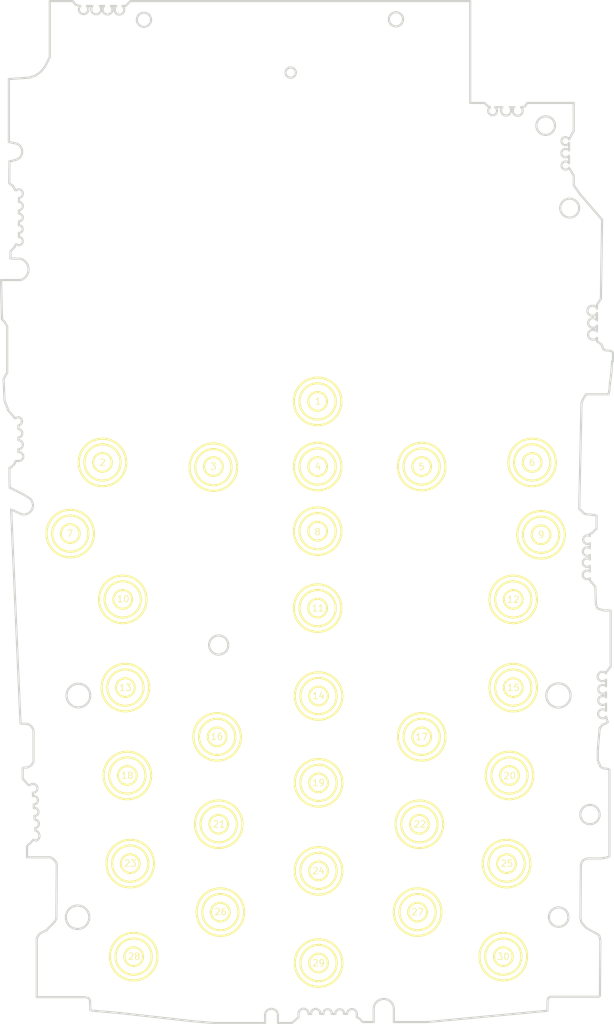
<source format=kicad_pcb>
(kicad_pcb (version 20171130) (host pcbnew "(5.1.12)-1")

  (general
    (thickness 1.6)
    (drawings 408)
    (tracks 0)
    (zones 0)
    (modules 0)
    (nets 1)
  )

  (page A4)
  (title_block
    (title "Ingenico iWL250 Main board")
    (date 2022-05-18)
    (rev 0.9)
    (company @sulfuroid)
    (comment 1 "Reverse engineering of the PCB of this POS")
  )

  (layers
    (0 F.Cu signal)
    (31 B.Cu signal)
    (32 B.Adhes user)
    (33 F.Adhes user)
    (34 B.Paste user)
    (35 F.Paste user)
    (36 B.SilkS user)
    (37 F.SilkS user)
    (38 B.Mask user)
    (39 F.Mask user)
    (40 Dwgs.User user)
    (41 Cmts.User user)
    (42 Eco1.User user)
    (43 Eco2.User user)
    (44 Edge.Cuts user)
    (45 Margin user)
    (46 B.CrtYd user)
    (47 F.CrtYd user)
    (48 B.Fab user)
    (49 F.Fab user)
  )

  (setup
    (last_trace_width 0.25)
    (trace_clearance 0.2)
    (zone_clearance 0.508)
    (zone_45_only no)
    (trace_min 0.2)
    (via_size 0.8)
    (via_drill 0.4)
    (via_min_size 0.4)
    (via_min_drill 0.3)
    (uvia_size 0.3)
    (uvia_drill 0.1)
    (uvias_allowed no)
    (uvia_min_size 0.2)
    (uvia_min_drill 0.1)
    (edge_width 0.05)
    (segment_width 0.2)
    (pcb_text_width 0.3)
    (pcb_text_size 1.5 1.5)
    (mod_edge_width 0.12)
    (mod_text_size 1 1)
    (mod_text_width 0.15)
    (pad_size 1.524 1.524)
    (pad_drill 0.762)
    (pad_to_mask_clearance 0)
    (aux_axis_origin 0 0)
    (visible_elements 7FFFFFFF)
    (pcbplotparams
      (layerselection 0x010fc_ffffffff)
      (usegerberextensions false)
      (usegerberattributes true)
      (usegerberadvancedattributes true)
      (creategerberjobfile true)
      (excludeedgelayer true)
      (linewidth 0.100000)
      (plotframeref false)
      (viasonmask false)
      (mode 1)
      (useauxorigin false)
      (hpglpennumber 1)
      (hpglpenspeed 20)
      (hpglpendiameter 15.000000)
      (psnegative false)
      (psa4output false)
      (plotreference true)
      (plotvalue true)
      (plotinvisibletext false)
      (padsonsilk false)
      (subtractmaskfromsilk false)
      (outputformat 1)
      (mirror false)
      (drillshape 1)
      (scaleselection 1)
      (outputdirectory ""))
  )

  (net 0 "")

  (net_class Default "This is the default net class."
    (clearance 0.2)
    (trace_width 0.25)
    (via_dia 0.8)
    (via_drill 0.4)
    (uvia_dia 0.3)
    (uvia_drill 0.1)
  )

  (gr_text 30 (at 129.722185 132.710086) (layer F.SilkS) (tstamp 6284CE9D)
    (effects (font (size 0.6 0.6) (thickness 0.08)))
  )
  (gr_text 29 (at 112.75 133.3) (layer F.SilkS) (tstamp 6284CE95)
    (effects (font (size 0.6 0.6) (thickness 0.08)))
  )
  (gr_text 28 (at 95.8 132.7) (layer F.SilkS) (tstamp 6284CE8A)
    (effects (font (size 0.6 0.6) (thickness 0.08)))
  )
  (gr_text 27 (at 121.85 128.6) (layer F.SilkS) (tstamp 6284CE81)
    (effects (font (size 0.6 0.6) (thickness 0.08)))
  )
  (gr_text 26 (at 103.75 128.6) (layer F.SilkS) (tstamp 6284CE76)
    (effects (font (size 0.6 0.6) (thickness 0.08)))
  )
  (gr_text 25 (at 130.05 124.15) (layer F.SilkS) (tstamp 6284CE6E)
    (effects (font (size 0.6 0.6) (thickness 0.08)))
  )
  (gr_text 24 (at 112.747374 124.83504) (layer F.SilkS) (tstamp 6284CE66)
    (effects (font (size 0.6 0.6) (thickness 0.08)))
  )
  (gr_text 23 (at 95.45 124.15) (layer F.SilkS) (tstamp 6284CE5D)
    (effects (font (size 0.6 0.6) (thickness 0.08)))
  )
  (gr_text 22 (at 122.05 120.55) (layer F.SilkS) (tstamp 6284CE55)
    (effects (font (size 0.6 0.6) (thickness 0.08)))
  )
  (gr_text 21 (at 103.6 120.55) (layer F.SilkS) (tstamp 6284CE4C)
    (effects (font (size 0.6 0.6) (thickness 0.08)))
  )
  (gr_text 20 (at 130.3 116.1) (layer F.SilkS) (tstamp 6284CE44)
    (effects (font (size 0.6 0.6) (thickness 0.08)))
  )
  (gr_text 19 (at 112.747374 116.74752) (layer F.SilkS) (tstamp 6284CE3A)
    (effects (font (size 0.6 0.6) (thickness 0.08)))
  )
  (gr_text 18 (at 95.181349 116.071056) (layer F.SilkS) (tstamp 6284CE30)
    (effects (font (size 0.6 0.6) (thickness 0.08)))
  )
  (gr_text 17 (at 122.223433 112.522248) (layer F.SilkS) (tstamp 6284CE26)
    (effects (font (size 0.6 0.6) (thickness 0.08)))
  )
  (gr_text 16 (at 103.4 112.5) (layer F.SilkS) (tstamp 6284CE1A)
    (effects (font (size 0.6 0.6) (thickness 0.08)))
  )
  (gr_text 15 (at 130.65 108) (layer F.SilkS) (tstamp 6284CE0F)
    (effects (font (size 0.6 0.6) (thickness 0.08)))
  )
  (gr_text 14 (at 112.75 108.75) (layer F.SilkS) (tstamp 6284CE05)
    (effects (font (size 0.6 0.6) (thickness 0.08)))
  )
  (gr_text 13 (at 95 108) (layer F.SilkS) (tstamp 6284CDFC)
    (effects (font (size 0.6 0.6) (thickness 0.08)))
  )
  (gr_text 12 (at 130.65 99.9) (layer F.SilkS) (tstamp 6284CDF3)
    (effects (font (size 0.6 0.6) (thickness 0.08)))
  )
  (gr_text 11 (at 112.7 100.7) (layer F.SilkS) (tstamp 6284CDEB)
    (effects (font (size 0.6 0.6) (thickness 0.08)))
  )
  (gr_text 10 (at 94.8 99.85) (layer F.SilkS) (tstamp 6284CDE1)
    (effects (font (size 0.6 0.6) (thickness 0.08)))
  )
  (gr_text 9 (at 133.2 93.95) (layer F.SilkS) (tstamp 6284CDD8)
    (effects (font (size 0.6 0.6) (thickness 0.08)))
  )
  (gr_text 8 (at 112.65 93.7) (layer F.SilkS) (tstamp 6284CDD0)
    (effects (font (size 0.6 0.6) (thickness 0.08)))
  )
  (gr_text 7 (at 89.9 93.85) (layer F.SilkS) (tstamp 6284CDC5)
    (effects (font (size 0.6 0.6) (thickness 0.08)))
  )
  (gr_text 6 (at 132.372161 87.313459) (layer F.SilkS) (tstamp 6284CDBB)
    (effects (font (size 0.6 0.6) (thickness 0.08)))
  )
  (gr_text 5 (at 122.2 87.7) (layer F.SilkS) (tstamp 6284CDB2)
    (effects (font (size 0.6 0.6) (thickness 0.08)))
  )
  (gr_text 4 (at 112.7 87.7) (layer F.SilkS) (tstamp 6284CDA9)
    (effects (font (size 0.6 0.6) (thickness 0.08)))
  )
  (gr_text 3 (at 103.085806 87.692051) (layer F.SilkS) (tstamp 6284CDA0)
    (effects (font (size 0.6 0.6) (thickness 0.08)))
  )
  (gr_text 2 (at 92.90269 87.316017) (layer F.SilkS) (tstamp 6284CD98)
    (effects (font (size 0.6 0.6) (thickness 0.08)))
  )
  (gr_text 1 (at 112.7 81.7) (layer F.SilkS)
    (effects (font (size 0.6 0.6) (thickness 0.08)))
  )
  (gr_line (start 113.955865 137.975586) (end 114.294661 137.975587) (layer Edge.Cuts) (width 0.2) (tstamp 6284BD3E))
  (gr_line (start 116.261304 137.975586) (end 116.261304 138.283485) (layer Edge.Cuts) (width 0.2) (tstamp 6284BDC2))
  (gr_line (start 116.510417 138.395224) (end 116.791183 138.720321) (layer Edge.Cuts) (width 0.2))
  (gr_line (start 116.261304 138.283485) (end 116.510417 138.395224) (layer Edge.Cuts) (width 0.2))
  (gr_line (start 112.895479 137.975586) (end 113.194675 137.975586) (layer Edge.Cuts) (width 0.2))
  (gr_line (start 86.855305 131.007459) (end 87.125391 130.595555) (layer Edge.Cuts) (width 0.2) (tstamp 6284BCCF))
  (gr_line (start 137.297778 130.04452) (end 136.893961 129.551836) (layer Edge.Cuts) (width 0.2) (tstamp 6284BC52))
  (gr_line (start 107.843105 138.6449) (end 107.829298 138.129536) (layer Edge.Cuts) (width 0.2) (tstamp 6284BB17))
  (gr_line (start 139.715807 78.002677) (end 139.797114 78.002677) (layer Edge.Cuts) (width 0.05) (tstamp 6284BAD5))
  (gr_line (start 110.904103 138.283485) (end 110.904104 137.975587) (layer Edge.Cuts) (width 0.2) (tstamp 6284BA73))
  (gr_line (start 137.330444 81.053885) (end 139.388619 81.053885) (layer Edge.Cuts) (width 0.2))
  (gr_line (start 85.171132 83.90901) (end 85.171132 84.242882) (layer Edge.Cuts) (width 0.2))
  (gr_line (start 86.541062 114.831312) (end 86.375 115.125) (layer Edge.Cuts) (width 0.2) (tstamp 6284B90E))
  (gr_line (start 86.375 115.125) (end 86.015068 115.339522) (layer Edge.Cuts) (width 0.2) (tstamp 6284B8F6))
  (gr_line (start 84.75592 91.745518) (end 84.500621 91.649939) (layer Edge.Cuts) (width 0.2) (tstamp 6284B84C))
  (gr_line (start 85.43571 92.060009) (end 84.75592 91.745518) (layer Edge.Cuts) (width 0.2))
  (gr_line (start 85.171133 83.149894) (end 84.85406 83.255465) (layer Edge.Cuts) (width 0.2) (tstamp 6284B7FD))
  (gr_line (start 85.359618 70.558404) (end 83.578393 70.558404) (layer Edge.Cuts) (width 0.2))
  (gr_line (start 86.3 122.25) (end 86.054663 122.454696) (layer Edge.Cuts) (width 0.2) (tstamp 6284B373))
  (gr_line (start 86.530139 121.971962) (end 86.3 122.25) (layer Edge.Cuts) (width 0.2))
  (gr_line (start 86.530139 121.971962) (end 86.804003 122.065764) (layer Edge.Cuts) (width 0.2) (tstamp 6284B321))
  (gr_line (start 88.6576 129.185853) (end 88.518497 129.495976) (layer Edge.Cuts) (width 0.2) (tstamp 6284B2EF))
  (gr_line (start 88.240804 129.796263) (end 87.851941 130.1579) (layer Edge.Cuts) (width 0.2))
  (gr_line (start 87.851941 130.1579) (end 87.766339 130.295395) (layer Edge.Cuts) (width 0.2))
  (gr_line (start 87.4933 130.409182) (end 87.125391 130.595555) (layer Edge.Cuts) (width 0.2))
  (gr_line (start 138.968487 115.433113) (end 138.660829 115.285165) (layer Edge.Cuts) (width 0.2) (tstamp 6284B26A))
  (gr_line (start 138.92614 100.910052) (end 138.359532 100.714853) (layer Edge.Cuts) (width 0.2) (tstamp 6284B222))
  (gr_line (start 136.1915 60.962904) (end 135.767648 60.244524) (layer Edge.Cuts) (width 0.2) (tstamp 6284B1D3))
  (gr_line (start 135.767648 57.63484) (end 136.103814 57.010594) (layer Edge.Cuts) (width 0.2) (tstamp 6284B1AB))
  (gr_line (start 84.912096 62.33501) (end 84.638403 61.869498) (layer Edge.Cuts) (width 0.2) (tstamp 6284B159))
  (gr_line (start 84.426204 61.763354) (end 84.328299 61.655221) (layer Edge.Cuts) (width 0.2))
  (gr_circle (center 130.021563 124.168124) (end 132.204962 124.168124) (layer F.SilkS) (width 0.2))
  (gr_circle (center 130.021563 124.168124) (end 131.686999 124.168124) (layer F.SilkS) (width 0.2))
  (gr_circle (center 130.021563 124.168124) (end 130.882762 124.168124) (layer F.SilkS) (width 0.2))
  (gr_circle (center 121.849278 128.622443) (end 124.032677 128.622443) (layer F.SilkS) (width 0.2))
  (gr_circle (center 121.849278 128.622443) (end 123.514714 128.622443) (layer F.SilkS) (width 0.2))
  (gr_circle (center 112.747374 133.29935) (end 114.930772 133.29935) (layer F.SilkS) (width 0.2))
  (gr_circle (center 112.747374 133.29935) (end 114.41281 133.29935) (layer F.SilkS) (width 0.2))
  (gr_circle (center 112.747374 133.29935) (end 113.608572 133.29935) (layer F.SilkS) (width 0.2))
  (gr_circle (center 112.747374 124.83504) (end 114.930772 124.83504) (layer F.SilkS) (width 0.2))
  (gr_circle (center 103.724292 128.622443) (end 105.90769 128.622443) (layer F.SilkS) (width 0.2))
  (gr_circle (center 103.724292 128.622443) (end 105.389728 128.622443) (layer F.SilkS) (width 0.2))
  (gr_circle (center 95.760906 132.710086) (end 97.944304 132.710086) (layer F.SilkS) (width 0.2))
  (gr_circle (center 95.760906 132.710086) (end 97.426342 132.710086) (layer F.SilkS) (width 0.2))
  (gr_circle (center 95.760906 132.710086) (end 96.622105 132.710086) (layer F.SilkS) (width 0.2))
  (gr_circle (center 129.722185 132.710086) (end 131.905583 132.710086) (layer F.SilkS) (width 0.2))
  (gr_circle (center 129.722185 132.710086) (end 131.387621 132.710086) (layer F.SilkS) (width 0.2))
  (gr_circle (center 103.572773 120.550334) (end 105.756172 120.550334) (layer F.SilkS) (width 0.2))
  (gr_circle (center 103.572773 120.550334) (end 105.238209 120.550334) (layer F.SilkS) (width 0.2))
  (gr_circle (center 122.012012 120.550334) (end 123.677448 120.550334) (layer F.SilkS) (width 0.2))
  (gr_circle (center 130.291331 116.071056) (end 132.47473 116.071056) (layer F.SilkS) (width 0.2))
  (gr_circle (center 122.223433 112.522248) (end 124.406831 112.522248) (layer F.SilkS) (width 0.2))
  (gr_circle (center 122.223433 112.522248) (end 123.888869 112.522248) (layer F.SilkS) (width 0.2))
  (gr_circle (center 122.223433 112.522248) (end 123.084631 112.522248) (layer F.SilkS) (width 0.2))
  (gr_circle (center 95.444215 124.168124) (end 97.627613 124.168124) (layer F.SilkS) (width 0.2))
  (gr_circle (center 95.444215 124.168124) (end 97.109651 124.168124) (layer F.SilkS) (width 0.2))
  (gr_circle (center 95.444215 124.168124) (end 96.305413 124.168124) (layer F.SilkS) (width 0.2))
  (gr_circle (center 130.634334 108) (end 132.817732 108) (layer F.SilkS) (width 0.2))
  (gr_circle (center 130.634334 108) (end 132.29977 108) (layer F.SilkS) (width 0.2))
  (gr_circle (center 130.634334 108) (end 131.495533 108) (layer F.SilkS) (width 0.2))
  (gr_circle (center 112.747374 116.74752) (end 114.41281 116.74752) (layer F.SilkS) (width 0.2))
  (gr_circle (center 112.747374 116.74752) (end 113.608572 116.74752) (layer F.SilkS) (width 0.2))
  (gr_circle (center 112.747374 116.74752) (end 114.930772 116.74752) (layer F.SilkS) (width 0.2))
  (gr_circle (center 103.430987 112.522248) (end 105.614385 112.522248) (layer F.SilkS) (width 0.2))
  (gr_circle (center 103.430987 112.522248) (end 105.096423 112.522248) (layer F.SilkS) (width 0.2))
  (gr_circle (center 103.430987 112.522248) (end 104.292186 112.522248) (layer F.SilkS) (width 0.2))
  (gr_circle (center 112.747374 108.772574) (end 114.930772 108.772574) (layer F.SilkS) (width 0.2))
  (gr_circle (center 112.747374 108.772574) (end 114.41281 108.772574) (layer F.SilkS) (width 0.2))
  (gr_circle (center 112.747374 108.772574) (end 113.608572 108.772574) (layer F.SilkS) (width 0.2))
  (gr_circle (center 130.634334 99.894914) (end 132.817732 99.894914) (layer F.SilkS) (width 0.2))
  (gr_circle (center 130.634334 99.894914) (end 132.29977 99.894914) (layer F.SilkS) (width 0.2))
  (gr_circle (center 130.634334 99.894914) (end 131.495533 99.894914) (layer F.SilkS) (width 0.2))
  (gr_circle (center 112.664069 100.696616) (end 113.525267 100.696616) (layer F.SilkS) (width 0.2))
  (gr_circle (center 112.664069 100.696616) (end 114.329505 100.696616) (layer F.SilkS) (width 0.2))
  (gr_circle (center 112.664069 100.696616) (end 114.847467 100.696616) (layer F.SilkS) (width 0.2))
  (gr_circle (center 133.190037 93.959056) (end 134.051236 93.959056) (layer F.SilkS) (width 0.2))
  (gr_circle (center 133.190037 93.959056) (end 134.855473 93.959056) (layer F.SilkS) (width 0.2))
  (gr_circle (center 133.190037 93.959056) (end 135.373435 93.959056) (layer F.SilkS) (width 0.2))
  (gr_circle (center 132.372161 87.313459) (end 134.55556 87.313459) (layer F.SilkS) (width 0.2))
  (gr_circle (center 132.372161 87.313459) (end 134.037597 87.313459) (layer F.SilkS) (width 0.2))
  (gr_circle (center 132.372161 87.313459) (end 133.23336 87.313459) (layer F.SilkS) (width 0.2))
  (gr_circle (center 122.223433 87.692051) (end 123.888869 87.692051) (layer F.SilkS) (width 0.2))
  (gr_circle (center 122.223433 87.692051) (end 123.084631 87.692051) (layer F.SilkS) (width 0.2))
  (gr_circle (center 122.223433 87.692051) (end 124.406831 87.692051) (layer F.SilkS) (width 0.2))
  (gr_circle (center 112.664069 93.628183) (end 114.847467 93.628183) (layer F.SilkS) (width 0.2))
  (gr_circle (center 112.664069 93.628183) (end 114.329505 93.628183) (layer F.SilkS) (width 0.2))
  (gr_circle (center 112.664069 93.628183) (end 113.525267 93.628183) (layer F.SilkS) (width 0.2))
  (gr_circle (center 112.664069 87.692051) (end 113.525267 87.692051) (layer F.SilkS) (width 0.2))
  (gr_circle (center 112.664069 87.692051) (end 114.329505 87.692051) (layer F.SilkS) (width 0.2))
  (gr_circle (center 112.664069 87.692051) (end 114.847467 87.692051) (layer F.SilkS) (width 0.2))
  (gr_circle (center 95.181349 116.071056) (end 96.042548 116.071056) (layer F.SilkS) (width 0.2))
  (gr_circle (center 95.181349 116.071056) (end 96.846785 116.071056) (layer F.SilkS) (width 0.2))
  (gr_circle (center 95.181349 116.071056) (end 97.364747 116.071056) (layer F.SilkS) (width 0.2))
  (gr_circle (center 112.664069 81.706635) (end 114.847467 81.706635) (layer F.SilkS) (width 0.2))
  (gr_circle (center 112.664069 81.706635) (end 114.329505 81.706635) (layer F.SilkS) (width 0.2))
  (gr_circle (center 112.664069 81.706635) (end 113.525267 81.706635) (layer F.SilkS) (width 0.2))
  (gr_circle (center 95 108) (end 97.183398 108) (layer F.SilkS) (width 0.2))
  (gr_circle (center 94.755381 99.894914) (end 95.616579 99.894914) (layer F.SilkS) (width 0.2))
  (gr_circle (center 94.755381 99.894914) (end 96.420817 99.894914) (layer F.SilkS) (width 0.2))
  (gr_circle (center 94.755381 99.894914) (end 96.938779 99.894914) (layer F.SilkS) (width 0.2))
  (gr_circle (center 89.934025 93.850601) (end 90.795223 93.850601) (layer F.SilkS) (width 0.2))
  (gr_circle (center 89.934025 93.850601) (end 92.117423 93.850601) (layer F.SilkS) (width 0.2))
  (gr_circle (center 89.934025 93.850601) (end 91.599461 93.850601) (layer F.SilkS) (width 0.2))
  (gr_circle (center 92.892143 87.313459) (end 95.075541 87.313459) (layer F.SilkS) (width 0.2))
  (gr_circle (center 103.085806 87.747052) (end 105.269204 87.747052) (layer F.SilkS) (width 0.2))
  (gr_circle (center 103.085806 87.692051) (end 103.947004 87.692051) (layer F.SilkS) (width 0.2))
  (gr_circle (center 92.892143 87.313459) (end 93.753342 87.313459) (layer F.SilkS) (width 0.2))
  (gr_circle (center 92.892143 87.313459) (end 94.557579 87.313459) (layer F.SilkS) (width 0.2))
  (gr_line (start 85.962607 122.564526) (end 85.962607 123.585636) (layer Edge.Cuts) (width 0.2))
  (gr_line (start 85.359618 111.228766) (end 85.43571 111.316872) (layer Edge.Cuts) (width 0.2))
  (gr_line (start 85.563298 115.423799) (end 85.563298 116.351407) (layer Edge.Cuts) (width 0.2))
  (gr_line (start 85.43571 111.316872) (end 85.937284 111.316872) (layer Edge.Cuts) (width 0.2))
  (gr_line (start 85.937284 111.316872) (end 86.09497 111.36569) (layer Edge.Cuts) (width 0.2))
  (gr_line (start 86.506956 111.783339) (end 86.559832 111.942147) (layer Edge.Cuts) (width 0.2))
  (gr_line (start 86.107877 116.981972) (end 86.43979 116.843649) (layer Edge.Cuts) (width 0.2))
  (gr_line (start 86.571552 118.732866) (end 86.594336 119.059543) (layer Edge.Cuts) (width 0.2))
  (gr_line (start 84.836157 87.406548) (end 84.492863 87.777774) (layer Edge.Cuts) (width 0.2))
  (gr_line (start 86.09497 111.36569) (end 86.22476 111.436975) (layer Edge.Cuts) (width 0.2))
  (gr_line (start 86.22476 111.436975) (end 86.373869 111.574865) (layer Edge.Cuts) (width 0.2))
  (gr_line (start 86.559832 114.737104) (end 86.541062 114.831312) (layer Edge.Cuts) (width 0.2))
  (gr_line (start 84.492863 87.777774) (end 84.348649 87.82579) (layer Edge.Cuts) (width 0.2))
  (gr_line (start 84.348649 87.82579) (end 84.348649 88.773313) (layer Edge.Cuts) (width 0.2))
  (gr_line (start 86.645725 119.796364) (end 86.667825 120.113234) (layer Edge.Cuts) (width 0.2))
  (gr_line (start 84.348649 88.773313) (end 84.367612 89.623935) (layer Edge.Cuts) (width 0.2))
  (gr_line (start 85.563298 116.351407) (end 86.107877 116.981972) (layer Edge.Cuts) (width 0.2))
  (gr_line (start 86.559832 111.942147) (end 86.559832 114.737104) (layer Edge.Cuts) (width 0.2))
  (gr_line (start 85.586345 90.233561) (end 86.067293 90.520054) (layer Edge.Cuts) (width 0.2))
  (gr_line (start 84.367612 89.623935) (end 85.586345 90.233561) (layer Edge.Cuts) (width 0.2))
  (gr_line (start 138.328569 75.873854) (end 138.31385 75.873854) (layer Edge.Cuts) (width 0.2))
  (gr_line (start 86.159865 51.966785) (end 84.292267 52.09704) (layer Edge.Cuts) (width 0.2))
  (gr_line (start 84.124871 82.206341) (end 84.235843 82.539635) (layer Edge.Cuts) (width 0.2))
  (gr_line (start 83.578393 70.558404) (end 83.658578 74.155185) (layer Edge.Cuts) (width 0.2))
  (gr_line (start 84.139774 79.069096) (end 84.033902 79.222742) (layer Edge.Cuts) (width 0.2))
  (gr_line (start 138.328569 72.823548) (end 138.688275 72.274965) (layer Edge.Cuts) (width 0.2))
  (gr_line (start 138.876908 76.816955) (end 138.727926 76.459465) (layer Edge.Cuts) (width 0.2))
  (gr_line (start 84.834008 59.536782) (end 84.581899 59.620723) (layer Edge.Cuts) (width 0.2))
  (gr_line (start 85.171132 86.098147) (end 85.171132 86.367521) (layer Edge.Cuts) (width 0.2))
  (gr_line (start 91.753457 136.77277) (end 91.782755 137.646927) (layer Edge.Cuts) (width 0.2))
  (gr_line (start 84.063624 74.659289) (end 84.139774 74.842014) (layer Edge.Cuts) (width 0.2))
  (gr_line (start 84.845037 67.496035) (end 84.442943 67.930845) (layer Edge.Cuts) (width 0.2))
  (gr_line (start 85.012596 67.279425) (end 84.912096 67.279425) (layer Edge.Cuts) (width 0.2))
  (gr_line (start 87.217473 51.442089) (end 86.737831 51.774349) (layer Edge.Cuts) (width 0.2))
  (gr_line (start 83.807233 79.675889) (end 83.893941 81.652214) (layer Edge.Cuts) (width 0.2))
  (gr_line (start 139.159553 107.88268) (end 139.159553 107.264173) (layer Edge.Cuts) (width 0.2))
  (gr_line (start 85.171132 85.020651) (end 85.171132 85.267261) (layer Edge.Cuts) (width 0.2))
  (gr_line (start 103.199924 138.812873) (end 107.829298 138.812873) (layer Edge.Cuts) (width 0.2))
  (gr_line (start 138.688275 72.274965) (end 138.798863 65.01907) (layer Edge.Cuts) (width 0.2))
  (gr_line (start 83.658578 74.155185) (end 83.864203 74.371409) (layer Edge.Cuts) (width 0.2))
  (gr_line (start 139.318839 111.158884) (end 139.159553 110.680483) (layer Edge.Cuts) (width 0.2))
  (gr_line (start 138.328569 74.268042) (end 138.328569 73.58301) (layer Edge.Cuts) (width 0.2))
  (gr_line (start 139.520636 80.051666) (end 139.653098 79.058665) (layer Edge.Cuts) (width 0.2))
  (gr_line (start 83.864203 74.371409) (end 84.063624 74.659289) (layer Edge.Cuts) (width 0.2))
  (gr_line (start 84.292267 52.09704) (end 84.292267 57.867404) (layer Edge.Cuts) (width 0.2))
  (gr_line (start 84.348649 59.636991) (end 84.328299 61.655221) (layer Edge.Cuts) (width 0.2))
  (gr_line (start 84.958383 87.177554) (end 84.894406 87.218397) (layer Edge.Cuts) (width 0.2))
  (gr_line (start 138.31385 75.291189) (end 138.328569 74.736679) (layer Edge.Cuts) (width 0.2))
  (gr_line (start 85.213817 63.025145) (end 85.213817 63.367983) (layer Edge.Cuts) (width 0.2))
  (gr_line (start 139.797114 77.220499) (end 139.6345 77.07012) (layer Edge.Cuts) (width 0.2))
  (gr_line (start 137.058688 123.841658) (end 137.413499 123.693792) (layer Edge.Cuts) (width 0.2))
  (gr_line (start 136.1915 56.885393) (end 136.1915 54.289156) (layer Edge.Cuts) (width 0.2))
  (gr_line (start 83.893941 81.652214) (end 84.124871 82.206341) (layer Edge.Cuts) (width 0.2))
  (gr_line (start 90.176102 44.932548) (end 88.051753 44.932548) (layer Edge.Cuts) (width 0.2))
  (gr_line (start 85.213817 66.236321) (end 85.213817 66.604243) (layer Edge.Cuts) (width 0.2))
  (gr_line (start 84.581899 59.620723) (end 84.348649 59.636991) (layer Edge.Cuts) (width 0.2))
  (gr_line (start 84.912096 67.279425) (end 84.845037 67.496035) (layer Edge.Cuts) (width 0.2))
  (gr_line (start 88.051753 44.932548) (end 88.051753 50.071786) (layer Edge.Cuts) (width 0.2))
  (gr_line (start 85.213817 67.361069) (end 85.175814 67.361069) (layer Edge.Cuts) (width 0.2))
  (gr_line (start 87.615344 50.944232) (end 87.217473 51.442089) (layer Edge.Cuts) (width 0.2))
  (gr_line (start 85.171132 87.177554) (end 84.958383 87.177554) (layer Edge.Cuts) (width 0.2))
  (gr_line (start 84.894406 87.218397) (end 84.836157 87.406548) (layer Edge.Cuts) (width 0.2))
  (gr_line (start 85.175814 67.361069) (end 85.012596 67.279425) (layer Edge.Cuts) (width 0.2))
  (gr_line (start 84.033902 79.222742) (end 83.807233 79.675889) (layer Edge.Cuts) (width 0.2))
  (gr_line (start 86.737831 51.774349) (end 86.159865 51.966785) (layer Edge.Cuts) (width 0.2))
  (gr_line (start 136.1915 54.289156) (end 131.925057 54.289156) (layer Edge.Cuts) (width 0.2))
  (gr_line (start 86.373869 111.574865) (end 86.506956 111.783339) (layer Edge.Cuts) (width 0.2))
  (gr_line (start 88.051753 50.071786) (end 87.615344 50.944232) (layer Edge.Cuts) (width 0.2))
  (gr_line (start 84.235843 82.539635) (end 84.85406 83.255465) (layer Edge.Cuts) (width 0.2))
  (gr_line (start 85.213817 65.167506) (end 85.213817 65.528019) (layer Edge.Cuts) (width 0.2))
  (gr_line (start 84.442943 67.930845) (end 84.442943 68.575142) (layer Edge.Cuts) (width 0.2))
  (gr_line (start 135.767648 59.838682) (end 135.767648 59.137684) (layer Edge.Cuts) (width 0.2))
  (gr_line (start 136.755648 62.653242) (end 136.1915 61.845197) (layer Edge.Cuts) (width 0.2))
  (gr_line (start 84.500621 91.649939) (end 85.359618 111.228766) (layer Edge.Cuts) (width 0.2))
  (gr_line (start 84.139774 74.842014) (end 84.139774 79.069096) (layer Edge.Cuts) (width 0.2))
  (gr_line (start 85.213817 64.156762) (end 85.213817 64.450722) (layer Edge.Cuts) (width 0.2))
  (gr_line (start 84.308102 57.882047) (end 84.834008 57.986828) (layer Edge.Cuts) (width 0.2))
  (gr_line (start 84.912096 62.33501) (end 85.213817 62.209269) (layer Edge.Cuts) (width 0.2))
  (gr_line (start 136.103814 57.010594) (end 136.1915 56.885393) (layer Edge.Cuts) (width 0.2))
  (gr_line (start 84.426204 61.763354) (end 84.638403 61.869498) (layer Edge.Cuts) (width 0.2))
  (gr_line (start 84.442943 68.575142) (end 85.359618 68.599594) (layer Edge.Cuts) (width 0.2))
  (gr_line (start 119.665625 137.508762) (end 119.665625 138.720321) (layer Edge.Cuts) (width 0.2))
  (gr_line (start 91.548918 136.490472) (end 91.679203 136.594592) (layer Edge.Cuts) (width 0.2))
  (gr_line (start 94.291737 137.872858) (end 101.263919 138.652431) (layer Edge.Cuts) (width 0.2))
  (gr_line (start 88.626597 124.024611) (end 88.694964 124.188661) (layer Edge.Cuts) (width 0.2))
  (gr_line (start 92.40492 137.716492) (end 94.291737 137.872858) (layer Edge.Cuts) (width 0.2))
  (gr_line (start 115.086649 137.975586) (end 115.377045 137.975586) (layer Edge.Cuts) (width 0.2))
  (gr_line (start 109.011743 138.129536) (end 109.011743 138.812873) (layer Edge.Cuts) (width 0.2))
  (gr_line (start 85.962607 123.585636) (end 88.099068 123.585636) (layer Edge.Cuts) (width 0.2))
  (gr_line (start 88.099068 123.585636) (end 88.246985 123.651984) (layer Edge.Cuts) (width 0.2))
  (gr_line (start 111.830694 137.975586) (end 112.068291 137.975586) (layer Edge.Cuts) (width 0.2))
  (gr_line (start 88.246985 123.651984) (end 88.348833 123.733378) (layer Edge.Cuts) (width 0.2))
  (gr_line (start 91.782755 137.646927) (end 92.40492 137.716492) (layer Edge.Cuts) (width 0.2))
  (gr_line (start 101.263919 138.652431) (end 103.199924 138.812873) (layer Edge.Cuts) (width 0.2))
  (gr_line (start 86.855305 136.435661) (end 91.273813 136.435661) (layer Edge.Cuts) (width 0.2))
  (gr_line (start 91.679203 136.594592) (end 91.753457 136.77277) (layer Edge.Cuts) (width 0.2))
  (gr_line (start 110.291128 138.812873) (end 110.904103 138.283485) (layer Edge.Cuts) (width 0.2))
  (gr_line (start 88.694964 124.188661) (end 88.6576 129.185853) (layer Edge.Cuts) (width 0.2))
  (gr_line (start 88.479179 123.853917) (end 88.626597 124.024611) (layer Edge.Cuts) (width 0.2))
  (gr_line (start 86.855305 131.007459) (end 86.855305 136.435661) (layer Edge.Cuts) (width 0.2))
  (gr_line (start 87.766339 130.295395) (end 87.4933 130.409182) (layer Edge.Cuts) (width 0.2))
  (gr_line (start 138.599724 136.311445) (end 138.637802 131.218785) (layer Edge.Cuts) (width 0.2))
  (gr_line (start 136.84698 124.364779) (end 136.893961 124.128975) (layer Edge.Cuts) (width 0.2))
  (gr_line (start 138.660829 115.285165) (end 138.405395 114.672237) (layer Edge.Cuts) (width 0.2))
  (gr_line (start 137.668257 95.193426) (end 137.668257 94.733865) (layer Edge.Cuts) (width 0.2))
  (gr_line (start 139.159553 110.132832) (end 139.159553 109.464996) (layer Edge.Cuts) (width 0.2))
  (gr_line (start 138.228803 100.322221) (end 138.175398 98.728767) (layer Edge.Cuts) (width 0.2))
  (gr_line (start 138.637802 131.218785) (end 138.55579 130.831602) (layer Edge.Cuts) (width 0.2))
  (gr_line (start 138.405395 113.733887) (end 138.55579 111.919117) (layer Edge.Cuts) (width 0.2))
  (gr_line (start 139.472447 80.633147) (end 139.520636 80.051666) (layer Edge.Cuts) (width 0.2))
  (gr_line (start 137.413499 123.693792) (end 138.660829 123.693792) (layer Edge.Cuts) (width 0.2))
  (gr_line (start 139.159553 108.899612) (end 139.159553 108.429092) (layer Edge.Cuts) (width 0.2))
  (gr_line (start 137.951271 93.759677) (end 138.061218 93.591999) (layer Edge.Cuts) (width 0.2))
  (gr_line (start 138.289578 93.39478) (end 138.289578 92.19647) (layer Edge.Cuts) (width 0.2))
  (gr_line (start 137.668257 98.141552) (end 137.668257 97.962287) (layer Edge.Cuts) (width 0.2))
  (gr_line (start 84.292267 57.867404) (end 84.308102 57.882047) (layer Edge.Cuts) (width 0.2))
  (gr_line (start 139.472447 123.497319) (end 139.472447 115.551371) (layer Edge.Cuts) (width 0.2))
  (gr_line (start 138.405395 114.672237) (end 138.405395 113.733887) (layer Edge.Cuts) (width 0.2))
  (gr_line (start 137.668257 96.228702) (end 137.668257 95.804491) (layer Edge.Cuts) (width 0.2))
  (gr_line (start 138.55579 111.919117) (end 138.597841 111.708061) (layer Edge.Cuts) (width 0.2))
  (gr_line (start 138.597841 111.708061) (end 138.842395 111.402049) (layer Edge.Cuts) (width 0.2))
  (gr_line (start 137.668257 97.331519) (end 137.668257 96.804416) (layer Edge.Cuts) (width 0.2))
  (gr_line (start 139.653098 79.058665) (end 139.715807 78.002677) (layer Edge.Cuts) (width 0.2))
  (gr_line (start 137.068331 81.453629) (end 137.330444 81.053885) (layer Edge.Cuts) (width 0.2))
  (gr_line (start 139.201643 123.610175) (end 139.472447 123.497319) (layer Edge.Cuts) (width 0.2))
  (gr_line (start 138.842395 111.402049) (end 139.159553 111.29645) (layer Edge.Cuts) (width 0.2))
  (gr_line (start 136.916744 81.791582) (end 137.068331 81.453629) (layer Edge.Cuts) (width 0.2))
  (gr_line (start 119.665625 138.720321) (end 122.796163 138.720321) (layer Edge.Cuts) (width 0.2))
  (gr_line (start 139.586867 106.067041) (end 139.586867 100.942508) (layer Edge.Cuts) (width 0.2))
  (gr_line (start 133.829641 136.539695) (end 133.997625 136.394618) (layer Edge.Cuts) (width 0.2))
  (gr_line (start 139.159553 106.6912) (end 139.159553 106.601739) (layer Edge.Cuts) (width 0.2))
  (gr_line (start 139.159553 111.29645) (end 139.318839 111.158884) (layer Edge.Cuts) (width 0.2))
  (gr_line (start 137.199387 92.038552) (end 136.704252 91.580672) (layer Edge.Cuts) (width 0.2))
  (gr_line (start 139.388619 81.053885) (end 139.472447 80.633147) (layer Edge.Cuts) (width 0.2))
  (gr_line (start 136.893961 124.128975) (end 137.058688 123.841658) (layer Edge.Cuts) (width 0.2))
  (gr_line (start 138.061218 93.591999) (end 138.289578 93.39478) (layer Edge.Cuts) (width 0.2))
  (gr_line (start 122.796163 138.720321) (end 133.769124 137.683823) (layer Edge.Cuts) (width 0.2))
  (gr_line (start 138.359532 100.714853) (end 138.228803 100.322221) (layer Edge.Cuts) (width 0.2))
  (gr_line (start 137.413499 92.081212) (end 137.199387 92.038552) (layer Edge.Cuts) (width 0.2))
  (gr_line (start 139.159553 106.601739) (end 139.586867 106.067041) (layer Edge.Cuts) (width 0.2))
  (gr_line (start 137.668257 94.072298) (end 137.668257 93.877621) (layer Edge.Cuts) (width 0.2))
  (gr_line (start 137.923015 92.123437) (end 137.413499 92.081212) (layer Edge.Cuts) (width 0.2))
  (gr_line (start 139.797114 78.002677) (end 139.797114 77.220499) (layer Edge.Cuts) (width 0.2))
  (gr_line (start 116.791183 138.720321) (end 117.811696 138.720321) (layer Edge.Cuts) (width 0.2))
  (gr_line (start 117.811696 138.720321) (end 117.811696 137.508762) (layer Edge.Cuts) (width 0.2))
  (gr_line (start 133.769124 137.683823) (end 133.789572 136.740808) (layer Edge.Cuts) (width 0.2))
  (gr_line (start 133.789572 136.740808) (end 133.829641 136.539695) (layer Edge.Cuts) (width 0.2))
  (gr_line (start 136.704252 91.164535) (end 136.904213 81.942791) (layer Edge.Cuts) (width 0.2))
  (gr_line (start 138.660829 123.693792) (end 139.201643 123.610175) (layer Edge.Cuts) (width 0.2))
  (gr_line (start 137.668257 93.877621) (end 137.951271 93.759677) (layer Edge.Cuts) (width 0.2))
  (gr_line (start 136.81112 129.160742) (end 136.84698 124.364779) (layer Edge.Cuts) (width 0.2))
  (gr_line (start 138.480592 136.394618) (end 138.599724 136.311445) (layer Edge.Cuts) (width 0.2))
  (gr_line (start 138.175398 98.728767) (end 137.668257 98.141552) (layer Edge.Cuts) (width 0.2))
  (gr_line (start 136.904213 81.942791) (end 136.916744 81.791582) (layer Edge.Cuts) (width 0.2))
  (gr_arc (start 86.509174 117.24646) (end 86.496377 117.655002) (angle -191.5673302) (layer Edge.Cuts) (width 0.2))
  (gr_arc (start 114.690655 137.937396) (end 115.086649 137.975586) (angle -191.0173339) (layer Edge.Cuts) (width 0.2))
  (gr_arc (start 118.73866 137.524377) (end 119.665625 137.508762) (angle -178.0697754) (layer Edge.Cuts) (width 0.2))
  (gr_arc (start 138.857118 108.155886) (end 139.159553 107.88268) (angle -275.813743) (layer Edge.Cuts) (width 0.2))
  (gr_arc (start 111.367399 137.957858) (end 111.830694 137.975586) (angle -184.3828833) (layer Edge.Cuts) (width 0.2))
  (gr_arc (start 85.671669 91.25729) (end 85.43571 92.060009) (angle -168.161286) (layer Edge.Cuts) (width 0.2))
  (gr_arc (start 86.644888 119.42622) (end 86.645725 119.796364) (angle -187.7200325) (layer Edge.Cuts) (width 0.2))
  (gr_arc (start 113.57527 137.922163) (end 113.955865 137.975586) (angle -195.9804987) (layer Edge.Cuts) (width 0.2))
  (gr_arc (start 138.84556 110.406658) (end 139.159553 110.132832) (angle -277.8182545) (layer Edge.Cuts) (width 0.2))
  (gr_arc (start 86.573397 118.343917) (end 86.571552 118.732866) (angle -188.5228872) (layer Edge.Cuts) (width 0.2))
  (gr_arc (start 85.134226 84.631767) (end 85.171132 85.020651) (angle -169.1573509) (layer Edge.Cuts) (width 0.2))
  (gr_arc (start 139.210433 76.677961) (end 138.876908 76.816955) (angle -43.89490736) (layer Edge.Cuts) (width 0.2))
  (gr_arc (start 85.162383 85.682704) (end 85.171132 86.098147) (angle -177.5869252) (layer Edge.Cuts) (width 0.2))
  (gr_arc (start 108.420521 138.097494) (end 109.011743 138.129536) (angle -186.2042606) (layer Edge.Cuts) (width 0.2))
  (gr_arc (start 85.211515 86.772538) (end 85.171132 87.177554) (angle -191.3877191) (layer Edge.Cuts) (width 0.2))
  (gr_arc (start 86.656103 120.50906) (end 86.722657 120.899427) (angle -168.6282615) (layer Edge.Cuts) (width 0.2))
  (gr_arc (start 112.481885 137.925771) (end 112.895479 137.975586) (angle -193.7358451) (layer Edge.Cuts) (width 0.2))
  (gr_arc (start 86.612373 121.609765) (end 86.804003 122.065764) (angle -142.3909481) (layer Edge.Cuts) (width 0.2))
  (gr_arc (start 115.819175 137.966263) (end 116.261304 137.975586) (angle -182.4161411) (layer Edge.Cuts) (width 0.2))
  (gr_arc (start 138.857638 109.182304) (end 139.159553 108.899612) (angle -273.7667407) (layer Edge.Cuts) (width 0.2))
  (gr_arc (start 137.423314 97.646903) (end 137.668257 97.331519) (angle -255.6694516) (layer Edge.Cuts) (width 0.2))
  (gr_arc (start 137.421513 95.498959) (end 137.668257 95.193426) (angle -257.8477573) (layer Edge.Cuts) (width 0.2))
  (gr_arc (start 135.448922 60.041603) (end 135.767648 59.838682) (angle -295.0332906) (layer Edge.Cuts) (width 0.2))
  (gr_arc (start 84.738557 58.761805) (end 84.834008 59.536782) (angle -165.9569433) (layer Edge.Cuts) (width 0.2))
  (gr_arc (start 85.165197 62.617207) (end 85.213817 63.025145) (angle -166.4065633) (layer Edge.Cuts) (width 0.2))
  (gr_arc (start 85.190002 66.982656) (end 85.213817 67.361069) (angle -172.7977558) (layer Edge.Cuts) (width 0.2))
  (gr_arc (start 137.957066 74.50236) (end 138.328569 74.268042) (angle -295.5181668) (layer Edge.Cuts) (width 0.2))
  (gr_arc (start 135.434991 57.795947) (end 135.767648 57.63484) (angle -308.3179064) (layer Edge.Cuts) (width 0.2))
  (gr_arc (start 93.355053 45.71258) (end 93.039624 45.384717) (angle -272.2144077) (layer Edge.Cuts) (width 0.2))
  (gr_arc (start 85.082642 69.578999) (end 85.359618 70.558404) (angle -148.4181749) (layer Edge.Cuts) (width 0.2))
  (gr_arc (start 85.109859 83.529452) (end 85.171132 83.90901) (angle -161.659229) (layer Edge.Cuts) (width 0.2))
  (gr_arc (start 137.965 75.582522) (end 138.31385 75.291189) (angle -280.2678957) (layer Edge.Cuts) (width 0.2))
  (gr_arc (start 137.910312 73.378625) (end 138.328569 73.17424) (angle -307.914266) (layer Edge.Cuts) (width 0.2))
  (gr_arc (start 131.048913 55.014543) (end 130.740371 54.68196) (angle -274.2949303) (layer Edge.Cuts) (width 0.2))
  (gr_arc (start 92.318265 45.692473) (end 91.978233 45.384717) (angle -264.2952022) (layer Edge.Cuts) (width 0.2))
  (gr_arc (start 129.976292 54.985309) (end 129.631365 54.68196) (angle -262.6606407) (layer Edge.Cuts) (width 0.2))
  (gr_arc (start 128.737756 55.014699) (end 128.504894 54.68196) (angle -290.0286924) (layer Edge.Cuts) (width 0.2))
  (gr_arc (start 94.450338 45.733395) (end 94.177417 45.384717) (angle -283.8970677) (layer Edge.Cuts) (width 0.2))
  (gr_arc (start 85.179711 63.762372) (end 85.213817 64.156762) (angle -170.1149358) (layer Edge.Cuts) (width 0.2))
  (gr_arc (start 138.830101 106.977687) (end 139.159553 106.6912) (angle -277.9806282) (layer Edge.Cuts) (width 0.2))
  (gr_arc (start 137.407666 96.516559) (end 137.668257 96.228702) (angle -264.3077508) (layer Edge.Cuts) (width 0.2))
  (gr_arc (start 137.450843 94.403082) (end 137.668257 94.072298) (angle -246.6315179) (layer Edge.Cuts) (width 0.2))
  (gr_arc (start 85.213817 64.809114) (end 85.213817 65.167506) (angle -180) (layer Edge.Cuts) (width 0.2))
  (gr_arc (start 85.213817 65.88217) (end 85.213817 66.236321) (angle -180) (layer Edge.Cuts) (width 0.2))
  (gr_arc (start 135.45551 58.896638) (end 135.767648 58.655593) (angle -284.6465133) (layer Edge.Cuts) (width 0.2))
  (gr_arc (start 91.160225 45.699965) (end 90.862368 45.384717) (angle -273.2494951) (layer Edge.Cuts) (width 0.2))
  (gr_arc (start 92.90269 87.316017) (end 93.432904 85.738222) (angle -189.9) (layer F.SilkS) (width 0.2))
  (gr_line (start 86.054663 122.454696) (end 85.962607 122.564526) (layer Edge.Cuts) (width 0.2))
  (gr_line (start 88.518497 129.495976) (end 88.240804 129.796263) (layer Edge.Cuts) (width 0.2))
  (gr_line (start 85.656783 115.339522) (end 85.563298 115.423799) (layer Edge.Cuts) (width 0.2))
  (gr_line (start 86.015068 115.339522) (end 85.656783 115.339522) (layer Edge.Cuts) (width 0.2))
  (gr_line (start 95.024254 45.384717) (end 94.72326 45.384717) (layer Edge.Cuts) (width 0.2))
  (gr_line (start 130.740371 54.68196) (end 130.321219 54.68196) (layer Edge.Cuts) (width 0.2))
  (gr_line (start 86.722657 120.899427) (end 86.738848 121.131579) (layer Edge.Cuts) (width 0.2))
  (gr_line (start 139.6345 77.07012) (end 139.066461 77.009367) (layer Edge.Cuts) (width 0.2))
  (gr_line (start 95.45962 44.932548) (end 95.024254 45.384717) (layer Edge.Cuts) (width 0.2))
  (gr_line (start 129.631365 54.68196) (end 128.970619 54.68196) (layer Edge.Cuts) (width 0.2))
  (gr_line (start 93.039624 45.384717) (end 92.658296 45.384717) (layer Edge.Cuts) (width 0.2))
  (gr_line (start 109.011743 138.812873) (end 110.291128 138.812873) (layer Edge.Cuts) (width 0.2))
  (gr_line (start 136.704252 91.580672) (end 136.704252 91.164535) (layer Edge.Cuts) (width 0.2))
  (gr_line (start 90.79959 45.384717) (end 90.401848 45.25572) (layer Edge.Cuts) (width 0.2))
  (gr_line (start 138.727926 76.459465) (end 138.328569 76.197606) (layer Edge.Cuts) (width 0.2))
  (gr_line (start 128.504894 54.68196) (end 128.426303 54.68196) (layer Edge.Cuts) (width 0.2))
  (gr_line (start 91.273813 136.435661) (end 91.548918 136.490472) (layer Edge.Cuts) (width 0.2))
  (gr_line (start 88.348833 123.733378) (end 88.479179 123.853917) (layer Edge.Cuts) (width 0.2))
  (gr_line (start 90.401848 45.25572) (end 90.176102 44.932548) (layer Edge.Cuts) (width 0.2))
  (gr_line (start 90.862368 45.384717) (end 90.79959 45.384717) (layer Edge.Cuts) (width 0.2))
  (gr_line (start 86.496377 117.655002) (end 86.517578 117.958989) (layer Edge.Cuts) (width 0.2))
  (gr_line (start 138.328569 76.197606) (end 138.328569 75.873854) (layer Edge.Cuts) (width 0.2))
  (gr_line (start 138.289578 92.19647) (end 137.923015 92.123437) (layer Edge.Cuts) (width 0.2))
  (gr_line (start 126.679298 44.932548) (end 95.45962 44.932548) (layer Edge.Cuts) (width 0.2))
  (gr_line (start 128.426303 54.68196) (end 127.980955 54.289156) (layer Edge.Cuts) (width 0.2))
  (gr_line (start 131.689284 54.615012) (end 131.357455 54.68196) (layer Edge.Cuts) (width 0.2))
  (gr_line (start 136.893961 129.551836) (end 136.81112 129.160742) (layer Edge.Cuts) (width 0.2))
  (gr_line (start 126.679298 54.289156) (end 126.679298 44.932548) (layer Edge.Cuts) (width 0.2))
  (gr_line (start 138.328569 73.17424) (end 138.328569 72.823548) (layer Edge.Cuts) (width 0.2))
  (gr_line (start 135.767648 58.655593) (end 135.767648 57.957054) (layer Edge.Cuts) (width 0.2))
  (gr_line (start 139.37302 115.466637) (end 139.472447 115.551371) (layer Edge.Cuts) (width 0.2))
  (gr_line (start 139.487031 100.910052) (end 138.92614 100.910052) (layer Edge.Cuts) (width 0.2))
  (gr_line (start 139.487031 100.910052) (end 139.586867 100.942508) (layer Edge.Cuts) (width 0.2))
  (gr_line (start 138.798863 65.01907) (end 136.755648 62.653242) (layer Edge.Cuts) (width 0.2))
  (gr_line (start 138.459644 130.692189) (end 138.55579 130.831602) (layer Edge.Cuts) (width 0.2))
  (gr_line (start 127.980955 54.289156) (end 126.679298 54.289156) (layer Edge.Cuts) (width 0.2))
  (gr_line (start 138.459644 130.692189) (end 137.693294 130.27128) (layer Edge.Cuts) (width 0.2))
  (gr_line (start 133.997625 136.394618) (end 138.480592 136.394618) (layer Edge.Cuts) (width 0.2))
  (gr_line (start 91.978233 45.384717) (end 91.458082 45.384717) (layer Edge.Cuts) (width 0.2))
  (gr_line (start 136.1915 61.845197) (end 136.1915 60.962904) (layer Edge.Cuts) (width 0.2))
  (gr_line (start 131.925057 54.289156) (end 131.689284 54.615012) (layer Edge.Cuts) (width 0.2))
  (gr_line (start 107.843105 138.6449) (end 107.829298 138.812873) (layer Edge.Cuts) (width 0.2))
  (gr_line (start 137.693294 130.27128) (end 137.297778 130.04452) (layer Edge.Cuts) (width 0.2))
  (gr_line (start 139.37302 115.466637) (end 138.968487 115.433113) (layer Edge.Cuts) (width 0.2))
  (gr_line (start 94.177417 45.384717) (end 93.670483 45.384717) (layer Edge.Cuts) (width 0.2))
  (gr_circle (center 122.012012 120.550334) (end 122.873211 120.550334) (layer F.SilkS) (width 0.2))
  (gr_circle (center 103.572773 120.550334) (end 104.433972 120.550334) (layer F.SilkS) (width 0.2))
  (gr_circle (center 103.724292 128.622443) (end 104.585491 128.622443) (layer F.SilkS) (width 0.2))
  (gr_circle (center 112.747374 124.83504) (end 113.608572 124.83504) (layer F.SilkS) (width 0.2))
  (gr_circle (center 122.012012 120.550334) (end 124.195411 120.550334) (layer F.SilkS) (width 0.2))
  (gr_circle (center 135.817377 63.949688) (end 136.686826 63.949688) (layer Edge.Cuts) (width 0.2))
  (gr_circle (center 137.68624 119.660879) (end 138.572381 119.660879) (layer Edge.Cuts) (width 0.2))
  (gr_circle (center 90.680623 108.729181) (end 91.770448 108.729181) (layer Edge.Cuts) (width 0.2))
  (gr_circle (center 90.606255 129.094962) (end 91.685302 129.094962) (layer Edge.Cuts) (width 0.2))
  (gr_circle (center 134.80617 129.080181) (end 135.700461 129.080181) (layer Edge.Cuts) (width 0.2))
  (gr_circle (center 96.704845 46.648839) (end 97.35744 46.648839) (layer Edge.Cuts) (width 0.2))
  (gr_circle (center 133.614521 56.372026) (end 134.470047 56.372026) (layer Edge.Cuts) (width 0.2))
  (gr_circle (center 119.857144 46.604001) (end 120.508813 46.604001) (layer Edge.Cuts) (width 0.2))
  (gr_circle (center 103.569076 104.08901) (end 104.449308 104.08901) (layer Edge.Cuts) (width 0.2))
  (gr_circle (center 110.186038 51.501924) (end 110.659204 51.501924) (layer Edge.Cuts) (width 0.2))
  (gr_circle (center 134.78502 108.720469) (end 135.900789 108.720469) (layer Edge.Cuts) (width 0.2))
  (gr_circle (center 130.291331 116.071056) (end 131.15253 116.071056) (layer F.SilkS) (width 0.2))
  (gr_circle (center 130.291331 116.071056) (end 131.956767 116.071056) (layer F.SilkS) (width 0.2))
  (gr_circle (center 121.849278 128.622443) (end 122.710477 128.622443) (layer F.SilkS) (width 0.2))
  (gr_circle (center 112.747374 124.83504) (end 114.41281 124.83504) (layer F.SilkS) (width 0.2))
  (gr_circle (center 129.722185 132.710086) (end 130.583383 132.710086) (layer F.SilkS) (width 0.2))
  (gr_circle (center 103.085806 87.747052) (end 104.751242 87.747052) (layer F.SilkS) (width 0.2))
  (gr_circle (center 95 108) (end 95.861198 108) (layer F.SilkS) (width 0.2))
  (gr_circle (center 95 108) (end 96.665436 108) (layer F.SilkS) (width 0.2))

)

</source>
